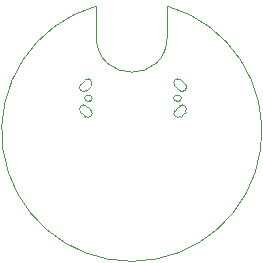
<source format=gbr>
G04 #@! TF.GenerationSoftware,KiCad,Pcbnew,6.0.0-rc1-unknown-bb2e402~84~ubuntu18.04.1*
G04 #@! TF.CreationDate,2019-10-28T15:28:56-04:00
G04 #@! TF.ProjectId,apd,6170642e-6b69-4636-9164-5f7063625858,rev?*
G04 #@! TF.SameCoordinates,Original*
G04 #@! TF.FileFunction,Profile,NP*
%FSLAX46Y46*%
G04 Gerber Fmt 4.6, Leading zero omitted, Abs format (unit mm)*
G04 Created by KiCad (PCBNEW 6.0.0-rc1-unknown-bb2e402~84~ubuntu18.04.1) date Mon 28 Oct 2019 03:28:56 PM EDT*
%MOMM*%
%LPD*%
G04 APERTURE LIST*
%ADD10C,0.050000*%
%ADD11C,0.100000*%
G04 APERTURE END LIST*
D10*
X203000000Y-89400002D02*
G75*
G02X197000001Y-89400001I-3000000J-10599998D01*
G01*
X197000000Y-92000000D02*
X197000000Y-89400000D01*
X203000000Y-92000000D02*
X203000000Y-89400000D01*
X203000000Y-92000000D02*
G75*
G02X197000000Y-92000000I-3000000J0D01*
G01*
D11*
X195857520Y-98547480D02*
X195645380Y-98335350D01*
X195645384Y-98335353D02*
G75*
G02X195680740Y-97875737I247486J212130D01*
G01*
X195680737Y-97875734D02*
G75*
G02X196140350Y-97840381I247483J-212130D01*
G01*
X196140350Y-97840381D02*
X196352480Y-98052516D01*
X196352480Y-98052516D02*
X196564620Y-98264650D01*
X196564620Y-98264660D02*
G75*
G02X196529260Y-98724260I-247480J-212120D01*
G01*
X196529270Y-98724260D02*
G75*
G02X196069650Y-98759620I-247490J212130D01*
G01*
X196069650Y-98759620D02*
X195857520Y-98547480D01*
X203847520Y-96347484D02*
X203635380Y-96135350D01*
X203635380Y-96135340D02*
G75*
G02X203670740Y-95675740I247480J212120D01*
G01*
X203670730Y-95675740D02*
G75*
G02X204130350Y-95640380I247490J-212130D01*
G01*
X204130350Y-95640380D02*
X204342480Y-95852520D01*
X204342480Y-95852520D02*
X204554620Y-96064650D01*
X204554616Y-96064647D02*
G75*
G02X204519260Y-96524263I-247486J-212130D01*
G01*
X204519263Y-96524266D02*
G75*
G02X204059650Y-96559619I-247483J212130D01*
G01*
X204059650Y-96559619D02*
X203847520Y-96347484D01*
X195857520Y-95852520D02*
X196069650Y-95640380D01*
X196069650Y-95640390D02*
G75*
G02X196529260Y-95675740I212130J-247480D01*
G01*
X196529270Y-95675740D02*
G75*
G02X196564620Y-96135350I-212130J-247480D01*
G01*
X196564620Y-96135350D02*
X196352480Y-96347484D01*
X196352480Y-96347484D02*
X196140350Y-96559619D01*
X196140347Y-96559616D02*
G75*
G02X195680740Y-96524263I-212127J247480D01*
G01*
X195680743Y-96524267D02*
G75*
G02X195645380Y-96064650I212127J247490D01*
G01*
X195645380Y-96064650D02*
X195857520Y-95852520D01*
X204342480Y-98547480D02*
X204130350Y-98759620D01*
X204130350Y-98759610D02*
G75*
G02X203670740Y-98724260I-212130J247480D01*
G01*
X203670730Y-98724260D02*
G75*
G02X203635380Y-98264650I212130J247480D01*
G01*
X203635380Y-98264650D02*
X203847520Y-98052516D01*
X203847520Y-98052516D02*
X204059650Y-97840381D01*
X204059653Y-97840384D02*
G75*
G02X204519260Y-97875737I212127J-247480D01*
G01*
X204519257Y-97875733D02*
G75*
G02X204554620Y-98335350I-212127J-247490D01*
G01*
X204554620Y-98335350D02*
X204342480Y-98547480D01*
X203550000Y-97200000D02*
G75*
G02X203775000Y-96975000I225000J0D01*
G01*
X203775000Y-96975000D02*
X203975000Y-96975000D01*
X203975000Y-96975000D02*
G75*
G02X204200000Y-97200000I0J-225000D01*
G01*
X204200000Y-97200000D02*
G75*
G02X203975000Y-97425000I-225000J0D01*
G01*
X203975000Y-97425000D02*
X203775000Y-97425000D01*
X203775000Y-97425000D02*
G75*
G02X203550000Y-97200000I0J225000D01*
G01*
X196000000Y-97200000D02*
G75*
G02X196225000Y-96975000I225000J0D01*
G01*
X196225000Y-96975000D02*
X196425000Y-96975000D01*
X196425000Y-96975000D02*
G75*
G02X196650000Y-97200000I0J-225000D01*
G01*
X196650000Y-97200000D02*
G75*
G02X196425000Y-97425000I-225000J0D01*
G01*
X196425000Y-97425000D02*
X196225000Y-97425000D01*
X196225000Y-97425000D02*
G75*
G02X196000000Y-97200000I0J225000D01*
G01*
M02*

</source>
